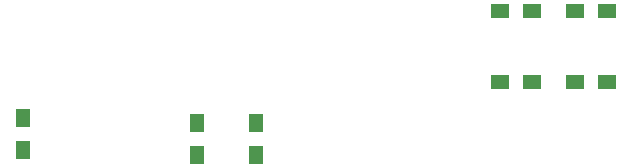
<source format=gbr>
G04 #@! TF.GenerationSoftware,KiCad,Pcbnew,5.0.1*
G04 #@! TF.CreationDate,2019-01-22T15:03:59+05:30*
G04 #@! TF.ProjectId,heater,6865617465722E6B696361645F706362,rev?*
G04 #@! TF.SameCoordinates,Original*
G04 #@! TF.FileFunction,Paste,Top*
G04 #@! TF.FilePolarity,Positive*
%FSLAX46Y46*%
G04 Gerber Fmt 4.6, Leading zero omitted, Abs format (unit mm)*
G04 Created by KiCad (PCBNEW 5.0.1) date Tue 22 Jan 2019 03:03:59 PM IST*
%MOMM*%
%LPD*%
G01*
G04 APERTURE LIST*
%ADD10R,1.500000X1.300000*%
%ADD11R,1.300000X1.500000*%
G04 APERTURE END LIST*
D10*
G04 #@! TO.C,R6*
X176700000Y-91100000D03*
X179400000Y-91100000D03*
G04 #@! TD*
G04 #@! TO.C,D2*
X185700000Y-91100000D03*
X183000000Y-91100000D03*
G04 #@! TD*
G04 #@! TO.C,D1*
X183000000Y-85100000D03*
X185700000Y-85100000D03*
G04 #@! TD*
G04 #@! TO.C,R1*
X179400000Y-85100000D03*
X176700000Y-85100000D03*
G04 #@! TD*
D11*
G04 #@! TO.C,R5*
X156000000Y-94600000D03*
X156000000Y-97300000D03*
G04 #@! TD*
G04 #@! TO.C,R3*
X151000000Y-97300000D03*
X151000000Y-94600000D03*
G04 #@! TD*
G04 #@! TO.C,R4*
X136250000Y-96850000D03*
X136250000Y-94150000D03*
G04 #@! TD*
M02*

</source>
